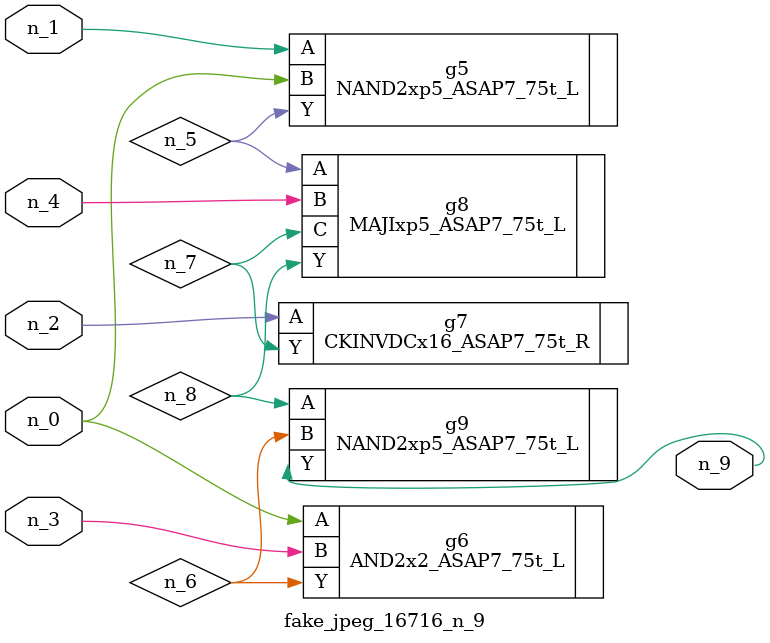
<source format=v>
module fake_jpeg_16716_n_9 (n_3, n_2, n_1, n_0, n_4, n_9);

input n_3;
input n_2;
input n_1;
input n_0;
input n_4;

output n_9;

wire n_8;
wire n_6;
wire n_5;
wire n_7;

NAND2xp5_ASAP7_75t_L g5 ( 
.A(n_1),
.B(n_0),
.Y(n_5)
);

AND2x2_ASAP7_75t_L g6 ( 
.A(n_0),
.B(n_3),
.Y(n_6)
);

CKINVDCx16_ASAP7_75t_R g7 ( 
.A(n_2),
.Y(n_7)
);

MAJIxp5_ASAP7_75t_L g8 ( 
.A(n_5),
.B(n_4),
.C(n_7),
.Y(n_8)
);

NAND2xp5_ASAP7_75t_L g9 ( 
.A(n_8),
.B(n_6),
.Y(n_9)
);


endmodule
</source>
